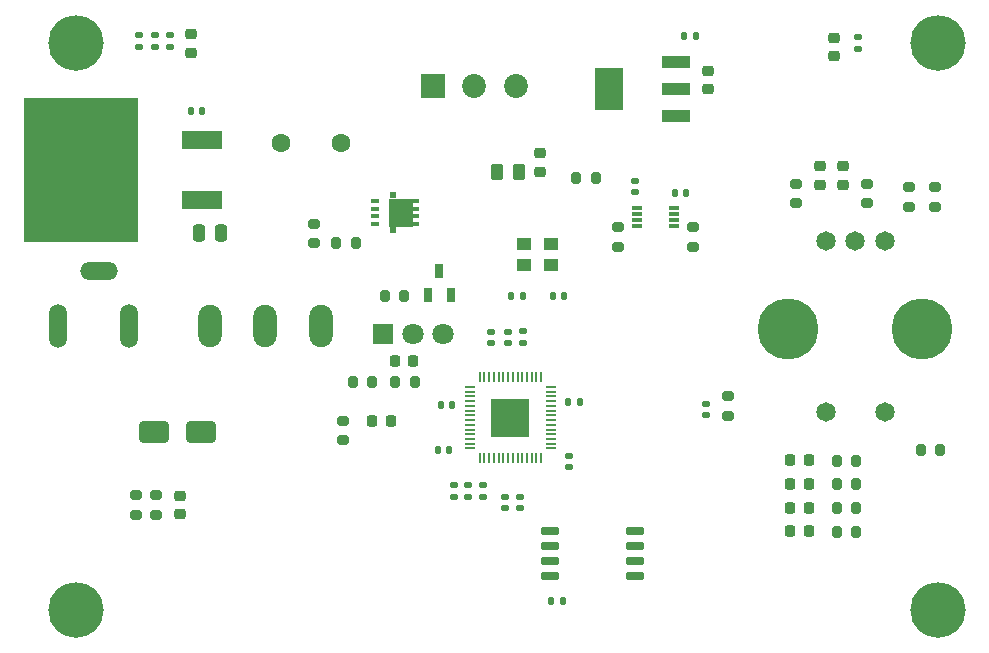
<source format=gbr>
%TF.GenerationSoftware,KiCad,Pcbnew,8.0.2*%
%TF.CreationDate,2024-12-13T17:38:30-06:00*%
%TF.ProjectId,LampBoardModule,4c616d70-426f-4617-9264-4d6f64756c65,rev?*%
%TF.SameCoordinates,Original*%
%TF.FileFunction,Soldermask,Top*%
%TF.FilePolarity,Negative*%
%FSLAX46Y46*%
G04 Gerber Fmt 4.6, Leading zero omitted, Abs format (unit mm)*
G04 Created by KiCad (PCBNEW 8.0.2) date 2024-12-13 17:38:30*
%MOMM*%
%LPD*%
G01*
G04 APERTURE LIST*
G04 Aperture macros list*
%AMRoundRect*
0 Rectangle with rounded corners*
0 $1 Rounding radius*
0 $2 $3 $4 $5 $6 $7 $8 $9 X,Y pos of 4 corners*
0 Add a 4 corners polygon primitive as box body*
4,1,4,$2,$3,$4,$5,$6,$7,$8,$9,$2,$3,0*
0 Add four circle primitives for the rounded corners*
1,1,$1+$1,$2,$3*
1,1,$1+$1,$4,$5*
1,1,$1+$1,$6,$7*
1,1,$1+$1,$8,$9*
0 Add four rect primitives between the rounded corners*
20,1,$1+$1,$2,$3,$4,$5,0*
20,1,$1+$1,$4,$5,$6,$7,0*
20,1,$1+$1,$6,$7,$8,$9,0*
20,1,$1+$1,$8,$9,$2,$3,0*%
G04 Aperture macros list end*
%ADD10RoundRect,0.218750X0.256250X-0.218750X0.256250X0.218750X-0.256250X0.218750X-0.256250X-0.218750X0*%
%ADD11RoundRect,0.200000X0.275000X-0.200000X0.275000X0.200000X-0.275000X0.200000X-0.275000X-0.200000X0*%
%ADD12RoundRect,0.135000X-0.185000X0.135000X-0.185000X-0.135000X0.185000X-0.135000X0.185000X0.135000X0*%
%ADD13RoundRect,0.140000X-0.140000X-0.170000X0.140000X-0.170000X0.140000X0.170000X-0.140000X0.170000X0*%
%ADD14R,0.700000X1.250000*%
%ADD15RoundRect,0.200000X-0.200000X-0.275000X0.200000X-0.275000X0.200000X0.275000X-0.200000X0.275000X0*%
%ADD16R,3.500000X1.600000*%
%ADD17R,9.750000X12.200000*%
%ADD18RoundRect,0.200000X-0.275000X0.200000X-0.275000X-0.200000X0.275000X-0.200000X0.275000X0.200000X0*%
%ADD19RoundRect,0.200000X0.200000X0.275000X-0.200000X0.275000X-0.200000X-0.275000X0.200000X-0.275000X0*%
%ADD20RoundRect,0.140000X-0.170000X0.140000X-0.170000X-0.140000X0.170000X-0.140000X0.170000X0.140000X0*%
%ADD21C,1.650000*%
%ADD22C,5.161000*%
%ADD23RoundRect,0.225000X0.250000X-0.225000X0.250000X0.225000X-0.250000X0.225000X-0.250000X-0.225000X0*%
%ADD24RoundRect,0.140000X0.170000X-0.140000X0.170000X0.140000X-0.170000X0.140000X-0.170000X-0.140000X0*%
%ADD25RoundRect,0.218750X0.218750X0.256250X-0.218750X0.256250X-0.218750X-0.256250X0.218750X-0.256250X0*%
%ADD26RoundRect,0.250000X1.000000X0.650000X-1.000000X0.650000X-1.000000X-0.650000X1.000000X-0.650000X0*%
%ADD27RoundRect,0.150000X0.650000X0.150000X-0.650000X0.150000X-0.650000X-0.150000X0.650000X-0.150000X0*%
%ADD28C,4.700000*%
%ADD29RoundRect,0.140000X0.140000X0.170000X-0.140000X0.170000X-0.140000X-0.170000X0.140000X-0.170000X0*%
%ADD30O,2.000000X3.600000*%
%ADD31R,2.470000X0.980000*%
%ADD32R,2.470000X3.600000*%
%ADD33R,0.850000X0.300000*%
%ADD34RoundRect,0.250000X0.250000X0.475000X-0.250000X0.475000X-0.250000X-0.475000X0.250000X-0.475000X0*%
%ADD35RoundRect,0.218750X-0.218750X-0.256250X0.218750X-0.256250X0.218750X0.256250X-0.218750X0.256250X0*%
%ADD36R,0.660000X0.420000*%
%ADD37R,0.570000X0.600000*%
%ADD38R,2.100000X2.400000*%
%ADD39R,1.300000X1.050000*%
%ADD40RoundRect,0.050000X0.387500X0.050000X-0.387500X0.050000X-0.387500X-0.050000X0.387500X-0.050000X0*%
%ADD41RoundRect,0.050000X0.050000X0.387500X-0.050000X0.387500X-0.050000X-0.387500X0.050000X-0.387500X0*%
%ADD42R,3.200000X3.200000*%
%ADD43RoundRect,0.218750X-0.256250X0.218750X-0.256250X-0.218750X0.256250X-0.218750X0.256250X0.218750X0*%
%ADD44RoundRect,0.250000X0.262500X0.450000X-0.262500X0.450000X-0.262500X-0.450000X0.262500X-0.450000X0*%
%ADD45O,1.500000X3.700000*%
%ADD46O,3.200000X1.500000*%
%ADD47R,1.800000X1.800000*%
%ADD48C,1.800000*%
%ADD49R,2.025000X2.025000*%
%ADD50C,2.025000*%
%ADD51C,1.600000*%
G04 APERTURE END LIST*
D10*
%TO.C,D8*%
X87300000Y-91687500D03*
X87300000Y-90112500D03*
%TD*%
D11*
%TO.C,R6*%
X118600000Y-94625000D03*
X118600000Y-92975000D03*
%TD*%
D12*
%TO.C,R31*%
X53400000Y-80090000D03*
X53400000Y-81110000D03*
%TD*%
D13*
%TO.C,C2*%
X88395000Y-102200000D03*
X89355000Y-102200000D03*
%TD*%
%TO.C,C1*%
X88270000Y-128000000D03*
X89230000Y-128000000D03*
%TD*%
D14*
%TO.C,Q1*%
X77850000Y-102100000D03*
X79750000Y-102100000D03*
X78800000Y-100100000D03*
%TD*%
D15*
%TO.C,R12*%
X112462500Y-118140000D03*
X114112500Y-118140000D03*
%TD*%
D16*
%TO.C,IC1*%
X58741000Y-94040000D03*
X58741000Y-88960000D03*
D17*
X48466000Y-91500000D03*
%TD*%
D18*
%TO.C,R2*%
X54800000Y-119075000D03*
X54800000Y-120725000D03*
%TD*%
D15*
%TO.C,R14*%
X112462500Y-120140000D03*
X114112500Y-120140000D03*
%TD*%
D11*
%TO.C,R22*%
X109000000Y-94325000D03*
X109000000Y-92675000D03*
%TD*%
D19*
%TO.C,R5*%
X76725000Y-109500000D03*
X75075000Y-109500000D03*
%TD*%
D20*
%TO.C,C21*%
X84375000Y-119220000D03*
X84375000Y-120180000D03*
%TD*%
D18*
%TO.C,R21*%
X115000000Y-92675000D03*
X115000000Y-94325000D03*
%TD*%
%TO.C,R29*%
X53100000Y-119075000D03*
X53100000Y-120725000D03*
%TD*%
D15*
%TO.C,R8*%
X119575000Y-115200000D03*
X121225000Y-115200000D03*
%TD*%
D21*
%TO.C,SW1*%
X116500000Y-112000000D03*
X111500000Y-112000000D03*
X116500000Y-97500000D03*
X111500000Y-97500000D03*
X114000000Y-97500000D03*
D22*
X119700000Y-105000000D03*
X108300000Y-105000000D03*
%TD*%
D23*
%TO.C,C23*%
X113000000Y-92775000D03*
X113000000Y-91225000D03*
%TD*%
D10*
%TO.C,D1*%
X56800000Y-120687500D03*
X56800000Y-119112500D03*
%TD*%
D24*
%TO.C,C12*%
X83200000Y-106180000D03*
X83200000Y-105220000D03*
%TD*%
D25*
%TO.C,D4*%
X76587500Y-107700000D03*
X75012500Y-107700000D03*
%TD*%
D24*
%TO.C,C9*%
X101400000Y-112280000D03*
X101400000Y-111320000D03*
%TD*%
D20*
%TO.C,C15*%
X81250000Y-118220000D03*
X81250000Y-119180000D03*
%TD*%
%TO.C,C14*%
X85625000Y-119200000D03*
X85625000Y-120160000D03*
%TD*%
D26*
%TO.C,D11*%
X58600000Y-113700000D03*
X54600000Y-113700000D03*
%TD*%
D12*
%TO.C,R1*%
X85875000Y-105190000D03*
X85875000Y-106210000D03*
%TD*%
D15*
%TO.C,R17*%
X74175000Y-102200000D03*
X75825000Y-102200000D03*
%TD*%
D27*
%TO.C,U2*%
X95350000Y-125905000D03*
X95350000Y-124635000D03*
X95350000Y-123365000D03*
X95350000Y-122095000D03*
X88150000Y-122095000D03*
X88150000Y-123365000D03*
X88150000Y-124635000D03*
X88150000Y-125905000D03*
%TD*%
D28*
%TO.C,H3*%
X121000000Y-128750000D03*
%TD*%
D25*
%TO.C,D6*%
X110075000Y-116100000D03*
X108500000Y-116100000D03*
%TD*%
D23*
%TO.C,C24*%
X111000000Y-92775000D03*
X111000000Y-91225000D03*
%TD*%
D25*
%TO.C,D5*%
X110075000Y-118100000D03*
X108500000Y-118100000D03*
%TD*%
D13*
%TO.C,C17*%
X89720000Y-111200000D03*
X90680000Y-111200000D03*
%TD*%
D29*
%TO.C,C6*%
X58730000Y-86500000D03*
X57770000Y-86500000D03*
%TD*%
D11*
%TO.C,R9*%
X100300000Y-98025000D03*
X100300000Y-96375000D03*
%TD*%
D13*
%TO.C,C3*%
X84895000Y-102200000D03*
X85855000Y-102200000D03*
%TD*%
D30*
%TO.C,SW2*%
X68750000Y-104700000D03*
X64050000Y-104700000D03*
X59350000Y-104700000D03*
%TD*%
D31*
%TO.C,CR1*%
X98842700Y-86978500D03*
X98842700Y-84678500D03*
X98842700Y-82378500D03*
D32*
X93182700Y-84678500D03*
%TD*%
D13*
%TO.C,C11*%
X98720000Y-93500000D03*
X99680000Y-93500000D03*
%TD*%
D33*
%TO.C,IC2*%
X95525000Y-94750000D03*
X95525000Y-95250000D03*
X95525000Y-95750000D03*
X95525000Y-96250000D03*
X98675000Y-96250000D03*
X98675000Y-95750000D03*
X98675000Y-95250000D03*
X98675000Y-94750000D03*
%TD*%
D28*
%TO.C,H1*%
X48000000Y-80750000D03*
%TD*%
D15*
%TO.C,R13*%
X112462500Y-116140000D03*
X114112500Y-116140000D03*
%TD*%
D28*
%TO.C,H4*%
X121000000Y-80750000D03*
%TD*%
D34*
%TO.C,C5*%
X60350000Y-96900000D03*
X58450000Y-96900000D03*
%TD*%
D20*
%TO.C,C13*%
X82500000Y-118220000D03*
X82500000Y-119180000D03*
%TD*%
D25*
%TO.C,D10*%
X110075000Y-122100000D03*
X108500000Y-122100000D03*
%TD*%
D35*
%TO.C,D9*%
X73112500Y-112800000D03*
X74687500Y-112800000D03*
%TD*%
D36*
%TO.C,Q2*%
X73347500Y-94150000D03*
X73347500Y-94800000D03*
X73347500Y-95450000D03*
X73347500Y-96100000D03*
X76747500Y-96100000D03*
X76747500Y-95450000D03*
X76747500Y-94800000D03*
D37*
X74897500Y-93680000D03*
D36*
X76747500Y-94150000D03*
D38*
X75547500Y-95130000D03*
D37*
X74897500Y-96580000D03*
%TD*%
D15*
%TO.C,R18*%
X112462500Y-122140000D03*
X114112500Y-122140000D03*
%TD*%
D12*
%TO.C,R4*%
X114200000Y-80290000D03*
X114200000Y-81310000D03*
%TD*%
D24*
%TO.C,C10*%
X95400000Y-93380000D03*
X95400000Y-92420000D03*
%TD*%
D20*
%TO.C,C16*%
X89800000Y-115720000D03*
X89800000Y-116680000D03*
%TD*%
D39*
%TO.C,Y1*%
X88250000Y-97825000D03*
X85950000Y-97825000D03*
X85950000Y-99575000D03*
X88250000Y-99575000D03*
%TD*%
D28*
%TO.C,H2*%
X48000000Y-128750000D03*
%TD*%
D24*
%TO.C,C18*%
X84625000Y-106180000D03*
X84625000Y-105220000D03*
%TD*%
D18*
%TO.C,R16*%
X70600000Y-112775000D03*
X70600000Y-114425000D03*
%TD*%
D12*
%TO.C,R3*%
X56000000Y-80110000D03*
X56000000Y-81130000D03*
%TD*%
D18*
%TO.C,R19*%
X68200000Y-96075000D03*
X68200000Y-97725000D03*
%TD*%
D11*
%TO.C,R10*%
X93900000Y-98025000D03*
X93900000Y-96375000D03*
%TD*%
D40*
%TO.C,U1*%
X88250000Y-115100000D03*
X88250000Y-114700000D03*
X88250000Y-114300000D03*
X88250000Y-113900000D03*
X88250000Y-113500000D03*
X88250000Y-113100000D03*
X88250000Y-112700000D03*
X88250000Y-112300000D03*
X88250000Y-111900000D03*
X88250000Y-111500000D03*
X88250000Y-111100000D03*
X88250000Y-110700000D03*
X88250000Y-110300000D03*
X88250000Y-109900000D03*
D41*
X87412500Y-109062500D03*
X87012500Y-109062500D03*
X86612500Y-109062500D03*
X86212500Y-109062500D03*
X85812500Y-109062500D03*
X85412500Y-109062500D03*
X85012500Y-109062500D03*
X84612500Y-109062500D03*
X84212500Y-109062500D03*
X83812500Y-109062500D03*
X83412500Y-109062500D03*
X83012500Y-109062500D03*
X82612500Y-109062500D03*
X82212500Y-109062500D03*
D40*
X81375000Y-109900000D03*
X81375000Y-110300000D03*
X81375000Y-110700000D03*
X81375000Y-111100000D03*
X81375000Y-111500000D03*
X81375000Y-111900000D03*
X81375000Y-112300000D03*
X81375000Y-112700000D03*
X81375000Y-113100000D03*
X81375000Y-113500000D03*
X81375000Y-113900000D03*
X81375000Y-114300000D03*
X81375000Y-114700000D03*
X81375000Y-115100000D03*
D41*
X82212500Y-115937500D03*
X82612500Y-115937500D03*
X83012500Y-115937500D03*
X83412500Y-115937500D03*
X83812500Y-115937500D03*
X84212500Y-115937500D03*
X84612500Y-115937500D03*
X85012500Y-115937500D03*
X85412500Y-115937500D03*
X85812500Y-115937500D03*
X86212500Y-115937500D03*
X86612500Y-115937500D03*
X87012500Y-115937500D03*
X87412500Y-115937500D03*
D42*
X84812500Y-112500000D03*
%TD*%
D29*
%TO.C,C19*%
X79855000Y-111450000D03*
X78895000Y-111450000D03*
%TD*%
D23*
%TO.C,C8*%
X101512700Y-84675000D03*
X101512700Y-83125000D03*
%TD*%
D15*
%TO.C,R11*%
X90375000Y-92200000D03*
X92025000Y-92200000D03*
%TD*%
D20*
%TO.C,C22*%
X80000000Y-118220000D03*
X80000000Y-119180000D03*
%TD*%
D43*
%TO.C,D2*%
X57800000Y-80012500D03*
X57800000Y-81587500D03*
%TD*%
D11*
%TO.C,R7*%
X120800000Y-94625000D03*
X120800000Y-92975000D03*
%TD*%
D43*
%TO.C,D3*%
X112200000Y-80312500D03*
X112200000Y-81887500D03*
%TD*%
D44*
%TO.C,R15*%
X85512500Y-91700000D03*
X83687500Y-91700000D03*
%TD*%
D11*
%TO.C,R23*%
X103200000Y-112325000D03*
X103200000Y-110675000D03*
%TD*%
D12*
%TO.C,R30*%
X54700000Y-80110000D03*
X54700000Y-81130000D03*
%TD*%
D15*
%TO.C,R20*%
X70075000Y-97700000D03*
X71725000Y-97700000D03*
%TD*%
D29*
%TO.C,C20*%
X79605000Y-115200000D03*
X78645000Y-115200000D03*
%TD*%
D15*
%TO.C,R28*%
X71475000Y-109500000D03*
X73125000Y-109500000D03*
%TD*%
D25*
%TO.C,D7*%
X110075000Y-120100000D03*
X108500000Y-120100000D03*
%TD*%
D13*
%TO.C,C7*%
X99532700Y-80178500D03*
X100492700Y-80178500D03*
%TD*%
D45*
%TO.C,J4*%
X52500000Y-104750000D03*
X46500000Y-104750000D03*
D46*
X50000000Y-100100000D03*
%TD*%
D47*
%TO.C,J1*%
X74020000Y-105400000D03*
D48*
X76560000Y-105400000D03*
X79100000Y-105400000D03*
%TD*%
D49*
%TO.C,J3*%
X78250000Y-84375000D03*
D50*
X81750000Y-84375000D03*
X85250000Y-84375000D03*
%TD*%
D51*
%TO.C,C4*%
X70500000Y-89250000D03*
X65420000Y-89250000D03*
%TD*%
M02*

</source>
